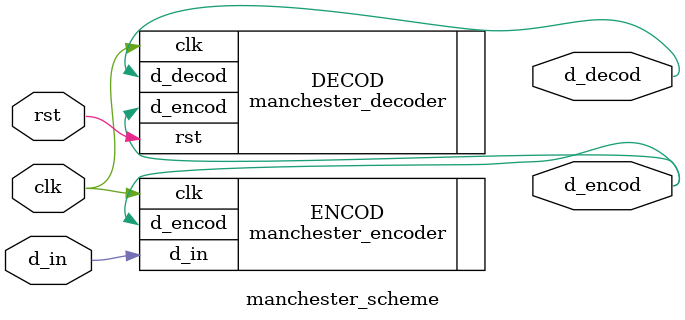
<source format=v>
`timescale 1ns/1ns
module manchester_scheme (/*AUTOARG*/
   // Outputs
   d_encod, d_decod,
   // Inputs
   clk, rst, d_in
   );

   input clk;
   input rst;
   
   input d_in;

   output d_encod;
   output d_decod;
   

   /*AUTOREG*/
   /*AUTOWIRE*/

   manchester_encoder ENCOD (/*AUTOINST*/
			     // Outputs
			     .d_encod		(d_encod),
			     // Inputs
			     .clk		(clk),
			     .d_in		(d_in));

   manchester_decoder DECOD (/*AUTOINST*/
			     // Outputs
			     .d_decod		(d_decod),
			     // Inputs
			     .clk		(clk),
			     .rst		(rst),
			     .d_encod		(d_encod));
 
			     

endmodule // manchester_scheme
// Local Variables: 
// verilog-library-directories: ("~/Projects/FPGA_Projects/RTL/designs/manchester_scheme" ".")
// End:

</source>
